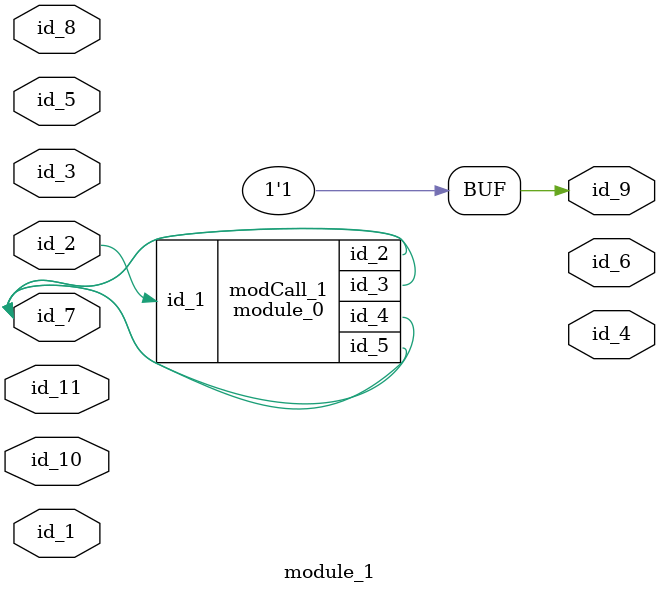
<source format=v>
module module_0 (
    id_1,
    id_2,
    id_3,
    id_4,
    id_5
);
  output wire id_5;
  inout wire id_4;
  inout wire id_3;
  inout wire id_2;
  input wire id_1;
endmodule
module module_1 (
    id_1,
    id_2,
    id_3,
    id_4,
    id_5,
    id_6,
    id_7,
    id_8,
    id_9,
    id_10,
    id_11
);
  inout wire id_11;
  input wire id_10;
  output wire id_9;
  input wire id_8;
  inout wire id_7;
  output wire id_6;
  input wire id_5;
  output wire id_4;
  input wire id_3;
  input wire id_2;
  input wire id_1;
  assign id_9 = 1;
  module_0 modCall_1 (
      id_2,
      id_7,
      id_7,
      id_7,
      id_7
  );
endmodule

</source>
